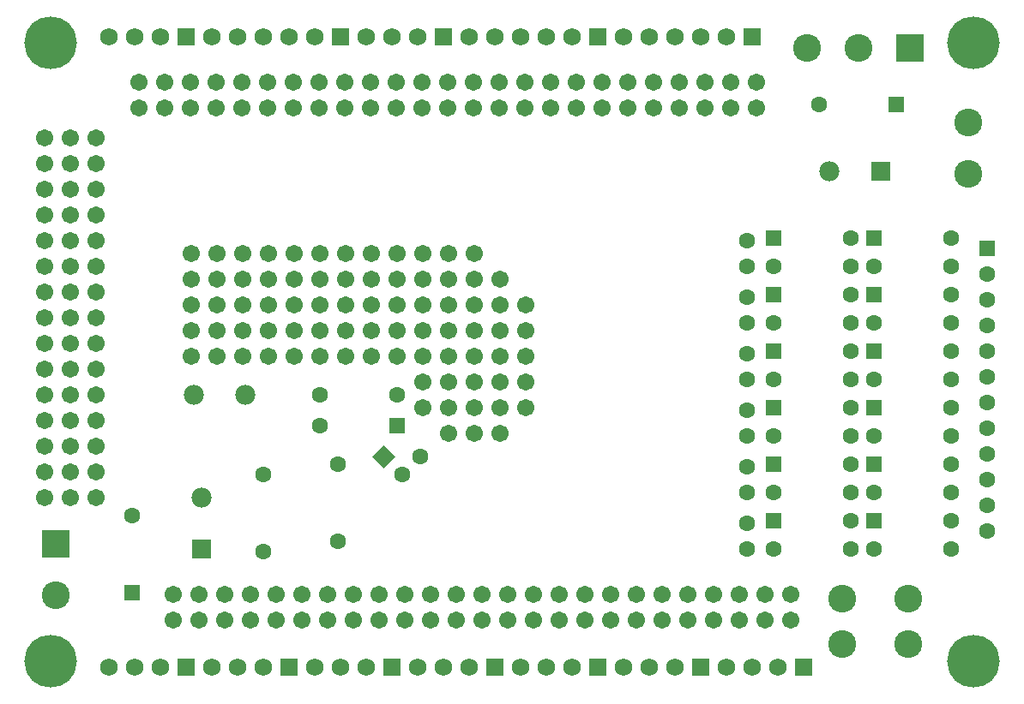
<source format=gbs>
G04 (created by PCBNEW (2013-07-07 BZR 4022)-stable) date 07/04/2014 22:02:30*
%MOIN*%
G04 Gerber Fmt 3.4, Leading zero omitted, Abs format*
%FSLAX34Y34*%
G01*
G70*
G90*
G04 APERTURE LIST*
%ADD10C,0.00590551*%
%ADD11C,0.0670551*%
%ADD12R,0.063X0.063*%
%ADD13C,0.063*%
%ADD14R,0.068X0.068*%
%ADD15C,0.068*%
%ADD16R,0.078X0.078*%
%ADD17C,0.078*%
%ADD18R,0.108X0.108*%
%ADD19C,0.108*%
%ADD20C,0.20485*%
G04 APERTURE END LIST*
G54D10*
G54D11*
X38300Y-34500D03*
X39300Y-34500D03*
X40300Y-34500D03*
X38300Y-35500D03*
X39300Y-35500D03*
X40300Y-35500D03*
X38300Y-36500D03*
X39300Y-36500D03*
X40300Y-36500D03*
X38300Y-37500D03*
X39300Y-37500D03*
X40300Y-37500D03*
X38300Y-38500D03*
X39300Y-38500D03*
X40300Y-38500D03*
X38300Y-39500D03*
X39300Y-39500D03*
X40300Y-39500D03*
X38300Y-40500D03*
X39300Y-40500D03*
X40300Y-40500D03*
X38300Y-41500D03*
X39300Y-41500D03*
X40300Y-41500D03*
X38300Y-42500D03*
X39300Y-42500D03*
X40300Y-42500D03*
X38300Y-43500D03*
X39300Y-43500D03*
X40300Y-43500D03*
X38300Y-44500D03*
X39300Y-44500D03*
X40300Y-44500D03*
X38300Y-45500D03*
X39300Y-45500D03*
X40300Y-45500D03*
X38300Y-46500D03*
X39300Y-46500D03*
X40300Y-46500D03*
X38300Y-47500D03*
X39300Y-47500D03*
X40300Y-47500D03*
X38300Y-48500D03*
X39300Y-48500D03*
X40300Y-48500D03*
X57000Y-42000D03*
X57000Y-41000D03*
X57000Y-43000D03*
X57000Y-44000D03*
X57000Y-45000D03*
X67300Y-52269D03*
X67300Y-53269D03*
X66300Y-52269D03*
X66300Y-53269D03*
X65300Y-52269D03*
X65300Y-53269D03*
X64300Y-52269D03*
X64300Y-53269D03*
X63300Y-52269D03*
X63300Y-53269D03*
X62300Y-52269D03*
X62300Y-53269D03*
X61300Y-52269D03*
X61300Y-53269D03*
X60300Y-52269D03*
X60300Y-53269D03*
X59300Y-52269D03*
X59300Y-53269D03*
X58300Y-52269D03*
X58300Y-53269D03*
X57300Y-52269D03*
X57300Y-53269D03*
X56300Y-52269D03*
X56300Y-53269D03*
X55300Y-52269D03*
X55300Y-53269D03*
X54300Y-52269D03*
X54300Y-53269D03*
X53300Y-52269D03*
X53300Y-53269D03*
X52300Y-52269D03*
X52300Y-53269D03*
X51300Y-52269D03*
X51300Y-53269D03*
X50300Y-52269D03*
X50300Y-53269D03*
X49300Y-52269D03*
X49300Y-53269D03*
X48300Y-52269D03*
X48300Y-53269D03*
X47300Y-52269D03*
X47300Y-53269D03*
X46300Y-52269D03*
X46300Y-53269D03*
X45300Y-52269D03*
X45300Y-53269D03*
X44300Y-52269D03*
X44300Y-53269D03*
X43300Y-52269D03*
X43300Y-53269D03*
G54D12*
X74950Y-38800D03*
G54D13*
X74950Y-39800D03*
X74950Y-40800D03*
X74950Y-41800D03*
X74950Y-42800D03*
X74950Y-43800D03*
X74950Y-44800D03*
X74950Y-45800D03*
X74950Y-46800D03*
X74950Y-47800D03*
X74950Y-48800D03*
X74950Y-49800D03*
G54D14*
X47800Y-55100D03*
G54D15*
X46800Y-55100D03*
X45800Y-55100D03*
X44800Y-55100D03*
G54D14*
X53800Y-30550D03*
G54D15*
X52800Y-30550D03*
X51800Y-30550D03*
X50800Y-30550D03*
G54D14*
X59800Y-55100D03*
G54D15*
X58800Y-55100D03*
X57800Y-55100D03*
X56800Y-55100D03*
G54D14*
X43800Y-55100D03*
G54D15*
X42800Y-55100D03*
X41800Y-55100D03*
X40800Y-55100D03*
G54D14*
X51800Y-55100D03*
G54D15*
X50800Y-55100D03*
X49800Y-55100D03*
X48800Y-55100D03*
G54D14*
X63800Y-55100D03*
G54D15*
X62800Y-55100D03*
X61800Y-55100D03*
X60800Y-55100D03*
G54D14*
X43800Y-30550D03*
G54D15*
X42800Y-30550D03*
X41800Y-30550D03*
X40800Y-30550D03*
G54D14*
X67800Y-55100D03*
G54D15*
X66800Y-55100D03*
X65800Y-55100D03*
X64800Y-55100D03*
G54D14*
X55800Y-55100D03*
G54D15*
X54800Y-55100D03*
X53800Y-55100D03*
X52800Y-55100D03*
G54D11*
X65987Y-32329D03*
X65987Y-33329D03*
X64987Y-32329D03*
X64987Y-33329D03*
X63987Y-32329D03*
X63987Y-33329D03*
X62987Y-32329D03*
X62987Y-33329D03*
X61987Y-32329D03*
X61987Y-33329D03*
X60987Y-32329D03*
X60987Y-33329D03*
X59987Y-32329D03*
X59987Y-33329D03*
X58987Y-32329D03*
X58987Y-33329D03*
X57987Y-32329D03*
X57987Y-33329D03*
X56987Y-32329D03*
X56987Y-33329D03*
X55987Y-32329D03*
X55987Y-33329D03*
X54987Y-32329D03*
X54987Y-33329D03*
X53987Y-32329D03*
X53987Y-33329D03*
X52987Y-32329D03*
X52987Y-33329D03*
X51987Y-32329D03*
X51987Y-33329D03*
X50987Y-32329D03*
X50987Y-33329D03*
X49987Y-32329D03*
X49987Y-33329D03*
X48987Y-32329D03*
X48987Y-33329D03*
X47987Y-32329D03*
X47987Y-33329D03*
X46987Y-32329D03*
X46987Y-33329D03*
X45987Y-32329D03*
X45987Y-33329D03*
X44987Y-32329D03*
X44987Y-33329D03*
X43987Y-32329D03*
X43987Y-33329D03*
X42987Y-32329D03*
X42987Y-33329D03*
X41987Y-32329D03*
X41987Y-33329D03*
G54D14*
X59800Y-30550D03*
G54D15*
X58800Y-30550D03*
X57800Y-30550D03*
X56800Y-30550D03*
X55800Y-30550D03*
X54800Y-30550D03*
G54D14*
X65800Y-30550D03*
G54D15*
X64800Y-30550D03*
X63800Y-30550D03*
X62800Y-30550D03*
X61800Y-30550D03*
X60800Y-30550D03*
G54D14*
X49800Y-30550D03*
G54D15*
X48800Y-30550D03*
X47800Y-30550D03*
X46800Y-30550D03*
X45800Y-30550D03*
X44800Y-30550D03*
G54D16*
X44400Y-50500D03*
G54D17*
X44400Y-48500D03*
G54D16*
X70800Y-35800D03*
G54D17*
X68800Y-35800D03*
G54D18*
X38750Y-50300D03*
G54D19*
X38750Y-52300D03*
G54D13*
X65600Y-38500D03*
X65600Y-39500D03*
G54D20*
X38550Y-54850D03*
X38550Y-30800D03*
X74400Y-30800D03*
X74400Y-54850D03*
G54D17*
X44100Y-44500D03*
X46100Y-44500D03*
G54D19*
X71879Y-52414D03*
X69320Y-52414D03*
X69320Y-54185D03*
X71879Y-54185D03*
G54D18*
X71950Y-31000D03*
G54D19*
X69950Y-31000D03*
X67950Y-31000D03*
G54D13*
X65600Y-40700D03*
X65600Y-41700D03*
X65600Y-42900D03*
X65600Y-43900D03*
X65600Y-45100D03*
X65600Y-46100D03*
X65600Y-47300D03*
X65600Y-48300D03*
X65600Y-49500D03*
X65600Y-50500D03*
X46800Y-50600D03*
X46800Y-47600D03*
X73550Y-43900D03*
X70550Y-43900D03*
X69650Y-43900D03*
X66650Y-43900D03*
X73550Y-46100D03*
X70550Y-46100D03*
X69650Y-41700D03*
X66650Y-41700D03*
X73550Y-41700D03*
X70550Y-41700D03*
X69650Y-46100D03*
X66650Y-46100D03*
X69650Y-48300D03*
X66650Y-48300D03*
X69650Y-39500D03*
X66650Y-39500D03*
X73550Y-39500D03*
X70550Y-39500D03*
X73550Y-50500D03*
X70550Y-50500D03*
X69650Y-50500D03*
X66650Y-50500D03*
G54D12*
X70550Y-40600D03*
G54D13*
X73550Y-40600D03*
G54D12*
X52000Y-45700D03*
G54D13*
X49000Y-45700D03*
G54D12*
X41700Y-52200D03*
G54D13*
X41700Y-49200D03*
G54D12*
X71400Y-33200D03*
G54D13*
X68400Y-33200D03*
G54D12*
X70550Y-49400D03*
G54D13*
X73550Y-49400D03*
G54D12*
X66650Y-49400D03*
G54D13*
X69650Y-49400D03*
G54D12*
X70550Y-47200D03*
G54D13*
X73550Y-47200D03*
G54D12*
X66650Y-47200D03*
G54D13*
X69650Y-47200D03*
G54D12*
X66650Y-38400D03*
G54D13*
X69650Y-38400D03*
G54D12*
X70550Y-45000D03*
G54D13*
X73550Y-45000D03*
G54D12*
X66650Y-45000D03*
G54D13*
X69650Y-45000D03*
G54D12*
X70550Y-38400D03*
G54D13*
X73550Y-38400D03*
G54D12*
X66650Y-40600D03*
G54D13*
X69650Y-40600D03*
G54D12*
X70550Y-42800D03*
G54D13*
X73550Y-42800D03*
G54D12*
X66650Y-42800D03*
G54D13*
X69650Y-42800D03*
X73550Y-48300D03*
X70550Y-48300D03*
X49700Y-50200D03*
X49700Y-47200D03*
X49000Y-44500D03*
X52000Y-44500D03*
G54D19*
X74200Y-35900D03*
X74200Y-33900D03*
G54D10*
G36*
X51938Y-46900D02*
X51492Y-47345D01*
X51047Y-46900D01*
X51492Y-46454D01*
X51938Y-46900D01*
X51938Y-46900D01*
G37*
G54D13*
X52200Y-47607D03*
X52907Y-46900D03*
G54D11*
X56000Y-41000D03*
X56000Y-42000D03*
X55000Y-41000D03*
X54000Y-41000D03*
X53000Y-41000D03*
X52000Y-41000D03*
X51000Y-41000D03*
X55000Y-42000D03*
X54000Y-42000D03*
X53000Y-42000D03*
X52000Y-42000D03*
X51000Y-42000D03*
X55000Y-40000D03*
X54000Y-40000D03*
X53000Y-40000D03*
X52000Y-40000D03*
X51000Y-40000D03*
X51000Y-43000D03*
X52000Y-43000D03*
X53000Y-43000D03*
X54000Y-43000D03*
X55000Y-43000D03*
X56000Y-43000D03*
X56000Y-44000D03*
X55000Y-44000D03*
X54000Y-44000D03*
X53000Y-44000D03*
X53000Y-45000D03*
X54000Y-45000D03*
X55000Y-45000D03*
X56000Y-45000D03*
X54000Y-46000D03*
X55000Y-46000D03*
X56000Y-46000D03*
X50000Y-43000D03*
X49000Y-43000D03*
X48000Y-43000D03*
X47000Y-43000D03*
X46000Y-43000D03*
X45000Y-43000D03*
X44000Y-43000D03*
X44000Y-42000D03*
X45000Y-42000D03*
X46000Y-42000D03*
X47000Y-42000D03*
X48000Y-42000D03*
X49000Y-42000D03*
X50000Y-42000D03*
X50000Y-41000D03*
X49000Y-41000D03*
X48000Y-41000D03*
X47000Y-41000D03*
X46000Y-41000D03*
X45000Y-41000D03*
X44000Y-41000D03*
X50000Y-40000D03*
X49000Y-40000D03*
X48000Y-40000D03*
X47000Y-40000D03*
X46000Y-40000D03*
X45000Y-40000D03*
X44000Y-40000D03*
X44000Y-39000D03*
X45000Y-39000D03*
X46000Y-39000D03*
X47000Y-39000D03*
X48000Y-39000D03*
X49000Y-39000D03*
X50000Y-39000D03*
X51000Y-39000D03*
X52000Y-39000D03*
X53000Y-39000D03*
X54000Y-39000D03*
X55000Y-39000D03*
X56000Y-40000D03*
M02*

</source>
